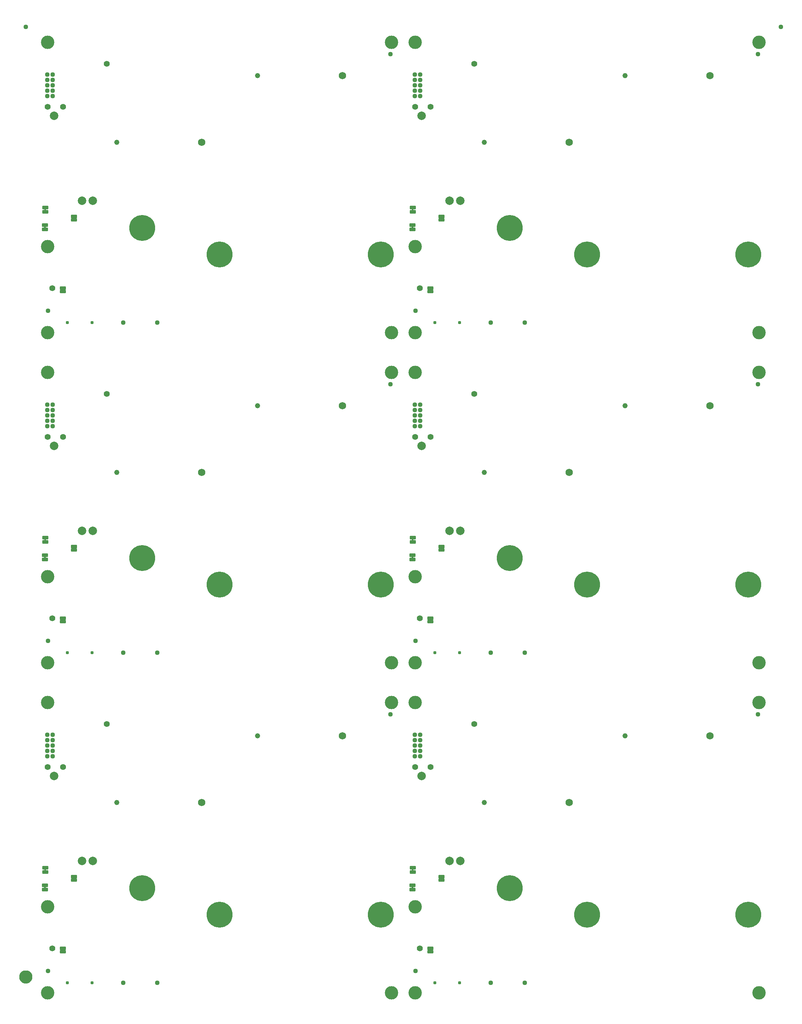
<source format=gbs>
G04 EAGLE Gerber RS-274X export*
G75*
%MOMM*%
%FSLAX34Y34*%
%LPD*%
%INSoldermask Bottom*%
%IPPOS*%
%AMOC8*
5,1,8,0,0,1.08239X$1,22.5*%
G01*
%ADD10C,6.127000*%
%ADD11C,3.175000*%
%ADD12C,1.227000*%
%ADD13C,1.727000*%
%ADD14C,1.127000*%
%ADD15C,2.006600*%
%ADD16C,0.777000*%
%ADD17C,0.228600*%
%ADD18C,0.228344*%
%ADD19C,1.397000*%
%ADD20C,1.270000*%
%ADD21C,1.627000*%

G36*
X889827Y1873516D02*
X889827Y1873516D01*
X889893Y1873518D01*
X889936Y1873536D01*
X889983Y1873544D01*
X890040Y1873578D01*
X890100Y1873603D01*
X890135Y1873634D01*
X890176Y1873659D01*
X890218Y1873710D01*
X890266Y1873754D01*
X890288Y1873796D01*
X890317Y1873833D01*
X890338Y1873895D01*
X890369Y1873954D01*
X890377Y1874008D01*
X890389Y1874045D01*
X890388Y1874085D01*
X890396Y1874139D01*
X890396Y1877949D01*
X890385Y1878014D01*
X890383Y1878080D01*
X890365Y1878123D01*
X890357Y1878170D01*
X890323Y1878227D01*
X890298Y1878287D01*
X890267Y1878322D01*
X890242Y1878363D01*
X890191Y1878405D01*
X890147Y1878453D01*
X890105Y1878475D01*
X890068Y1878504D01*
X890006Y1878525D01*
X889947Y1878556D01*
X889893Y1878564D01*
X889856Y1878576D01*
X889816Y1878575D01*
X889762Y1878583D01*
X887222Y1878583D01*
X887157Y1878572D01*
X887091Y1878570D01*
X887048Y1878552D01*
X887001Y1878544D01*
X886944Y1878510D01*
X886884Y1878485D01*
X886849Y1878454D01*
X886808Y1878429D01*
X886767Y1878378D01*
X886718Y1878334D01*
X886696Y1878292D01*
X886667Y1878255D01*
X886646Y1878193D01*
X886615Y1878134D01*
X886607Y1878080D01*
X886595Y1878043D01*
X886595Y1878039D01*
X886595Y1878038D01*
X886596Y1878003D01*
X886588Y1877949D01*
X886588Y1874139D01*
X886599Y1874074D01*
X886601Y1874008D01*
X886619Y1873965D01*
X886627Y1873918D01*
X886661Y1873861D01*
X886686Y1873801D01*
X886717Y1873766D01*
X886742Y1873725D01*
X886793Y1873684D01*
X886837Y1873635D01*
X886879Y1873613D01*
X886916Y1873584D01*
X886978Y1873563D01*
X887037Y1873532D01*
X887091Y1873524D01*
X887128Y1873512D01*
X887168Y1873513D01*
X887222Y1873505D01*
X889762Y1873505D01*
X889827Y1873516D01*
G37*
G36*
X21147Y1873516D02*
X21147Y1873516D01*
X21213Y1873518D01*
X21256Y1873536D01*
X21303Y1873544D01*
X21360Y1873578D01*
X21420Y1873603D01*
X21455Y1873634D01*
X21496Y1873659D01*
X21538Y1873710D01*
X21586Y1873754D01*
X21608Y1873796D01*
X21637Y1873833D01*
X21658Y1873895D01*
X21689Y1873954D01*
X21697Y1874008D01*
X21709Y1874045D01*
X21708Y1874085D01*
X21716Y1874139D01*
X21716Y1877949D01*
X21705Y1878014D01*
X21703Y1878080D01*
X21685Y1878123D01*
X21677Y1878170D01*
X21643Y1878227D01*
X21618Y1878287D01*
X21587Y1878322D01*
X21562Y1878363D01*
X21511Y1878405D01*
X21467Y1878453D01*
X21425Y1878475D01*
X21388Y1878504D01*
X21326Y1878525D01*
X21267Y1878556D01*
X21213Y1878564D01*
X21176Y1878576D01*
X21136Y1878575D01*
X21082Y1878583D01*
X18542Y1878583D01*
X18477Y1878572D01*
X18411Y1878570D01*
X18368Y1878552D01*
X18321Y1878544D01*
X18264Y1878510D01*
X18204Y1878485D01*
X18169Y1878454D01*
X18128Y1878429D01*
X18087Y1878378D01*
X18038Y1878334D01*
X18016Y1878292D01*
X17987Y1878255D01*
X17966Y1878193D01*
X17935Y1878134D01*
X17927Y1878080D01*
X17915Y1878043D01*
X17915Y1878039D01*
X17915Y1878038D01*
X17916Y1878003D01*
X17908Y1877949D01*
X17908Y1874139D01*
X17919Y1874074D01*
X17921Y1874008D01*
X17939Y1873965D01*
X17947Y1873918D01*
X17981Y1873861D01*
X18006Y1873801D01*
X18037Y1873766D01*
X18062Y1873725D01*
X18113Y1873684D01*
X18157Y1873635D01*
X18199Y1873613D01*
X18236Y1873584D01*
X18298Y1873563D01*
X18357Y1873532D01*
X18411Y1873524D01*
X18448Y1873512D01*
X18488Y1873513D01*
X18542Y1873505D01*
X21082Y1873505D01*
X21147Y1873516D01*
G37*
G36*
X889319Y1831860D02*
X889319Y1831860D01*
X889385Y1831862D01*
X889428Y1831880D01*
X889475Y1831888D01*
X889532Y1831922D01*
X889592Y1831947D01*
X889627Y1831978D01*
X889668Y1832003D01*
X889710Y1832054D01*
X889758Y1832098D01*
X889780Y1832140D01*
X889809Y1832177D01*
X889830Y1832239D01*
X889861Y1832298D01*
X889869Y1832352D01*
X889881Y1832389D01*
X889880Y1832429D01*
X889888Y1832483D01*
X889888Y1836293D01*
X889877Y1836358D01*
X889875Y1836424D01*
X889857Y1836467D01*
X889849Y1836514D01*
X889815Y1836571D01*
X889790Y1836631D01*
X889759Y1836666D01*
X889734Y1836707D01*
X889683Y1836749D01*
X889639Y1836797D01*
X889597Y1836819D01*
X889560Y1836848D01*
X889498Y1836869D01*
X889439Y1836900D01*
X889385Y1836908D01*
X889348Y1836920D01*
X889308Y1836919D01*
X889254Y1836927D01*
X886714Y1836927D01*
X886649Y1836916D01*
X886583Y1836914D01*
X886540Y1836896D01*
X886493Y1836888D01*
X886436Y1836854D01*
X886376Y1836829D01*
X886341Y1836798D01*
X886300Y1836773D01*
X886259Y1836722D01*
X886210Y1836678D01*
X886188Y1836636D01*
X886159Y1836599D01*
X886138Y1836537D01*
X886107Y1836478D01*
X886099Y1836424D01*
X886087Y1836387D01*
X886087Y1836383D01*
X886087Y1836382D01*
X886088Y1836347D01*
X886080Y1836293D01*
X886080Y1832483D01*
X886091Y1832418D01*
X886093Y1832352D01*
X886111Y1832309D01*
X886119Y1832262D01*
X886153Y1832205D01*
X886178Y1832145D01*
X886209Y1832110D01*
X886234Y1832069D01*
X886285Y1832028D01*
X886329Y1831979D01*
X886371Y1831957D01*
X886408Y1831928D01*
X886470Y1831907D01*
X886529Y1831876D01*
X886583Y1831868D01*
X886620Y1831856D01*
X886660Y1831857D01*
X886714Y1831849D01*
X889254Y1831849D01*
X889319Y1831860D01*
G37*
G36*
X20639Y1831860D02*
X20639Y1831860D01*
X20705Y1831862D01*
X20748Y1831880D01*
X20795Y1831888D01*
X20852Y1831922D01*
X20912Y1831947D01*
X20947Y1831978D01*
X20988Y1832003D01*
X21030Y1832054D01*
X21078Y1832098D01*
X21100Y1832140D01*
X21129Y1832177D01*
X21150Y1832239D01*
X21181Y1832298D01*
X21189Y1832352D01*
X21201Y1832389D01*
X21200Y1832429D01*
X21208Y1832483D01*
X21208Y1836293D01*
X21197Y1836358D01*
X21195Y1836424D01*
X21177Y1836467D01*
X21169Y1836514D01*
X21135Y1836571D01*
X21110Y1836631D01*
X21079Y1836666D01*
X21054Y1836707D01*
X21003Y1836749D01*
X20959Y1836797D01*
X20917Y1836819D01*
X20880Y1836848D01*
X20818Y1836869D01*
X20759Y1836900D01*
X20705Y1836908D01*
X20668Y1836920D01*
X20628Y1836919D01*
X20574Y1836927D01*
X18034Y1836927D01*
X17969Y1836916D01*
X17903Y1836914D01*
X17860Y1836896D01*
X17813Y1836888D01*
X17756Y1836854D01*
X17696Y1836829D01*
X17661Y1836798D01*
X17620Y1836773D01*
X17579Y1836722D01*
X17530Y1836678D01*
X17508Y1836636D01*
X17479Y1836599D01*
X17458Y1836537D01*
X17427Y1836478D01*
X17419Y1836424D01*
X17407Y1836387D01*
X17407Y1836383D01*
X17407Y1836382D01*
X17408Y1836347D01*
X17400Y1836293D01*
X17400Y1832483D01*
X17411Y1832418D01*
X17413Y1832352D01*
X17431Y1832309D01*
X17439Y1832262D01*
X17473Y1832205D01*
X17498Y1832145D01*
X17529Y1832110D01*
X17554Y1832069D01*
X17605Y1832028D01*
X17649Y1831979D01*
X17691Y1831957D01*
X17728Y1831928D01*
X17790Y1831907D01*
X17849Y1831876D01*
X17903Y1831868D01*
X17940Y1831856D01*
X17980Y1831857D01*
X18034Y1831849D01*
X20574Y1831849D01*
X20639Y1831860D01*
G37*
G36*
X21147Y1093736D02*
X21147Y1093736D01*
X21213Y1093738D01*
X21256Y1093756D01*
X21303Y1093764D01*
X21360Y1093798D01*
X21420Y1093823D01*
X21455Y1093854D01*
X21496Y1093879D01*
X21538Y1093930D01*
X21586Y1093974D01*
X21608Y1094016D01*
X21637Y1094053D01*
X21658Y1094115D01*
X21689Y1094174D01*
X21697Y1094228D01*
X21709Y1094265D01*
X21708Y1094305D01*
X21716Y1094359D01*
X21716Y1098169D01*
X21705Y1098234D01*
X21703Y1098300D01*
X21685Y1098343D01*
X21677Y1098390D01*
X21643Y1098447D01*
X21618Y1098507D01*
X21587Y1098542D01*
X21562Y1098583D01*
X21511Y1098625D01*
X21467Y1098673D01*
X21425Y1098695D01*
X21388Y1098724D01*
X21326Y1098745D01*
X21267Y1098776D01*
X21213Y1098784D01*
X21176Y1098796D01*
X21136Y1098795D01*
X21082Y1098803D01*
X18542Y1098803D01*
X18477Y1098792D01*
X18411Y1098790D01*
X18368Y1098772D01*
X18321Y1098764D01*
X18264Y1098730D01*
X18204Y1098705D01*
X18169Y1098674D01*
X18128Y1098649D01*
X18087Y1098598D01*
X18038Y1098554D01*
X18016Y1098512D01*
X17987Y1098475D01*
X17966Y1098413D01*
X17935Y1098354D01*
X17927Y1098300D01*
X17915Y1098263D01*
X17915Y1098259D01*
X17915Y1098258D01*
X17916Y1098223D01*
X17908Y1098169D01*
X17908Y1094359D01*
X17919Y1094294D01*
X17921Y1094228D01*
X17939Y1094185D01*
X17947Y1094138D01*
X17981Y1094081D01*
X18006Y1094021D01*
X18037Y1093986D01*
X18062Y1093945D01*
X18113Y1093904D01*
X18157Y1093855D01*
X18199Y1093833D01*
X18236Y1093804D01*
X18298Y1093783D01*
X18357Y1093752D01*
X18411Y1093744D01*
X18448Y1093732D01*
X18488Y1093733D01*
X18542Y1093725D01*
X21082Y1093725D01*
X21147Y1093736D01*
G37*
G36*
X889827Y1093736D02*
X889827Y1093736D01*
X889893Y1093738D01*
X889936Y1093756D01*
X889983Y1093764D01*
X890040Y1093798D01*
X890100Y1093823D01*
X890135Y1093854D01*
X890176Y1093879D01*
X890218Y1093930D01*
X890266Y1093974D01*
X890288Y1094016D01*
X890317Y1094053D01*
X890338Y1094115D01*
X890369Y1094174D01*
X890377Y1094228D01*
X890389Y1094265D01*
X890388Y1094305D01*
X890396Y1094359D01*
X890396Y1098169D01*
X890385Y1098234D01*
X890383Y1098300D01*
X890365Y1098343D01*
X890357Y1098390D01*
X890323Y1098447D01*
X890298Y1098507D01*
X890267Y1098542D01*
X890242Y1098583D01*
X890191Y1098625D01*
X890147Y1098673D01*
X890105Y1098695D01*
X890068Y1098724D01*
X890006Y1098745D01*
X889947Y1098776D01*
X889893Y1098784D01*
X889856Y1098796D01*
X889816Y1098795D01*
X889762Y1098803D01*
X887222Y1098803D01*
X887157Y1098792D01*
X887091Y1098790D01*
X887048Y1098772D01*
X887001Y1098764D01*
X886944Y1098730D01*
X886884Y1098705D01*
X886849Y1098674D01*
X886808Y1098649D01*
X886767Y1098598D01*
X886718Y1098554D01*
X886696Y1098512D01*
X886667Y1098475D01*
X886646Y1098413D01*
X886615Y1098354D01*
X886607Y1098300D01*
X886595Y1098263D01*
X886595Y1098259D01*
X886595Y1098258D01*
X886596Y1098223D01*
X886588Y1098169D01*
X886588Y1094359D01*
X886599Y1094294D01*
X886601Y1094228D01*
X886619Y1094185D01*
X886627Y1094138D01*
X886661Y1094081D01*
X886686Y1094021D01*
X886717Y1093986D01*
X886742Y1093945D01*
X886793Y1093904D01*
X886837Y1093855D01*
X886879Y1093833D01*
X886916Y1093804D01*
X886978Y1093783D01*
X887037Y1093752D01*
X887091Y1093744D01*
X887128Y1093732D01*
X887168Y1093733D01*
X887222Y1093725D01*
X889762Y1093725D01*
X889827Y1093736D01*
G37*
G36*
X889319Y1052080D02*
X889319Y1052080D01*
X889385Y1052082D01*
X889428Y1052100D01*
X889475Y1052108D01*
X889532Y1052142D01*
X889592Y1052167D01*
X889627Y1052198D01*
X889668Y1052223D01*
X889710Y1052274D01*
X889758Y1052318D01*
X889780Y1052360D01*
X889809Y1052397D01*
X889830Y1052459D01*
X889861Y1052518D01*
X889869Y1052572D01*
X889881Y1052609D01*
X889880Y1052649D01*
X889888Y1052703D01*
X889888Y1056513D01*
X889877Y1056578D01*
X889875Y1056644D01*
X889857Y1056687D01*
X889849Y1056734D01*
X889815Y1056791D01*
X889790Y1056851D01*
X889759Y1056886D01*
X889734Y1056927D01*
X889683Y1056969D01*
X889639Y1057017D01*
X889597Y1057039D01*
X889560Y1057068D01*
X889498Y1057089D01*
X889439Y1057120D01*
X889385Y1057128D01*
X889348Y1057140D01*
X889308Y1057139D01*
X889254Y1057147D01*
X886714Y1057147D01*
X886649Y1057136D01*
X886583Y1057134D01*
X886540Y1057116D01*
X886493Y1057108D01*
X886436Y1057074D01*
X886376Y1057049D01*
X886341Y1057018D01*
X886300Y1056993D01*
X886259Y1056942D01*
X886210Y1056898D01*
X886188Y1056856D01*
X886159Y1056819D01*
X886138Y1056757D01*
X886107Y1056698D01*
X886099Y1056644D01*
X886087Y1056607D01*
X886087Y1056603D01*
X886087Y1056602D01*
X886088Y1056567D01*
X886080Y1056513D01*
X886080Y1052703D01*
X886091Y1052638D01*
X886093Y1052572D01*
X886111Y1052529D01*
X886119Y1052482D01*
X886153Y1052425D01*
X886178Y1052365D01*
X886209Y1052330D01*
X886234Y1052289D01*
X886285Y1052248D01*
X886329Y1052199D01*
X886371Y1052177D01*
X886408Y1052148D01*
X886470Y1052127D01*
X886529Y1052096D01*
X886583Y1052088D01*
X886620Y1052076D01*
X886660Y1052077D01*
X886714Y1052069D01*
X889254Y1052069D01*
X889319Y1052080D01*
G37*
G36*
X20639Y1052080D02*
X20639Y1052080D01*
X20705Y1052082D01*
X20748Y1052100D01*
X20795Y1052108D01*
X20852Y1052142D01*
X20912Y1052167D01*
X20947Y1052198D01*
X20988Y1052223D01*
X21030Y1052274D01*
X21078Y1052318D01*
X21100Y1052360D01*
X21129Y1052397D01*
X21150Y1052459D01*
X21181Y1052518D01*
X21189Y1052572D01*
X21201Y1052609D01*
X21200Y1052649D01*
X21208Y1052703D01*
X21208Y1056513D01*
X21197Y1056578D01*
X21195Y1056644D01*
X21177Y1056687D01*
X21169Y1056734D01*
X21135Y1056791D01*
X21110Y1056851D01*
X21079Y1056886D01*
X21054Y1056927D01*
X21003Y1056969D01*
X20959Y1057017D01*
X20917Y1057039D01*
X20880Y1057068D01*
X20818Y1057089D01*
X20759Y1057120D01*
X20705Y1057128D01*
X20668Y1057140D01*
X20628Y1057139D01*
X20574Y1057147D01*
X18034Y1057147D01*
X17969Y1057136D01*
X17903Y1057134D01*
X17860Y1057116D01*
X17813Y1057108D01*
X17756Y1057074D01*
X17696Y1057049D01*
X17661Y1057018D01*
X17620Y1056993D01*
X17579Y1056942D01*
X17530Y1056898D01*
X17508Y1056856D01*
X17479Y1056819D01*
X17458Y1056757D01*
X17427Y1056698D01*
X17419Y1056644D01*
X17407Y1056607D01*
X17407Y1056603D01*
X17407Y1056602D01*
X17408Y1056567D01*
X17400Y1056513D01*
X17400Y1052703D01*
X17411Y1052638D01*
X17413Y1052572D01*
X17431Y1052529D01*
X17439Y1052482D01*
X17473Y1052425D01*
X17498Y1052365D01*
X17529Y1052330D01*
X17554Y1052289D01*
X17605Y1052248D01*
X17649Y1052199D01*
X17691Y1052177D01*
X17728Y1052148D01*
X17790Y1052127D01*
X17849Y1052096D01*
X17903Y1052088D01*
X17940Y1052076D01*
X17980Y1052077D01*
X18034Y1052069D01*
X20574Y1052069D01*
X20639Y1052080D01*
G37*
G36*
X889827Y313956D02*
X889827Y313956D01*
X889893Y313958D01*
X889936Y313976D01*
X889983Y313984D01*
X890040Y314018D01*
X890100Y314043D01*
X890135Y314074D01*
X890176Y314099D01*
X890218Y314150D01*
X890266Y314194D01*
X890288Y314236D01*
X890317Y314273D01*
X890338Y314335D01*
X890369Y314394D01*
X890377Y314448D01*
X890389Y314485D01*
X890388Y314525D01*
X890396Y314579D01*
X890396Y318389D01*
X890385Y318454D01*
X890383Y318520D01*
X890365Y318563D01*
X890357Y318610D01*
X890323Y318667D01*
X890298Y318727D01*
X890267Y318762D01*
X890242Y318803D01*
X890191Y318845D01*
X890147Y318893D01*
X890105Y318915D01*
X890068Y318944D01*
X890006Y318965D01*
X889947Y318996D01*
X889893Y319004D01*
X889856Y319016D01*
X889816Y319015D01*
X889762Y319023D01*
X887222Y319023D01*
X887157Y319012D01*
X887091Y319010D01*
X887048Y318992D01*
X887001Y318984D01*
X886944Y318950D01*
X886884Y318925D01*
X886849Y318894D01*
X886808Y318869D01*
X886767Y318818D01*
X886718Y318774D01*
X886696Y318732D01*
X886667Y318695D01*
X886646Y318633D01*
X886615Y318574D01*
X886607Y318520D01*
X886595Y318483D01*
X886595Y318479D01*
X886595Y318478D01*
X886596Y318443D01*
X886588Y318389D01*
X886588Y314579D01*
X886599Y314514D01*
X886601Y314448D01*
X886619Y314405D01*
X886627Y314358D01*
X886661Y314301D01*
X886686Y314241D01*
X886717Y314206D01*
X886742Y314165D01*
X886793Y314124D01*
X886837Y314075D01*
X886879Y314053D01*
X886916Y314024D01*
X886978Y314003D01*
X887037Y313972D01*
X887091Y313964D01*
X887128Y313952D01*
X887168Y313953D01*
X887222Y313945D01*
X889762Y313945D01*
X889827Y313956D01*
G37*
G36*
X21147Y313956D02*
X21147Y313956D01*
X21213Y313958D01*
X21256Y313976D01*
X21303Y313984D01*
X21360Y314018D01*
X21420Y314043D01*
X21455Y314074D01*
X21496Y314099D01*
X21538Y314150D01*
X21586Y314194D01*
X21608Y314236D01*
X21637Y314273D01*
X21658Y314335D01*
X21689Y314394D01*
X21697Y314448D01*
X21709Y314485D01*
X21708Y314525D01*
X21716Y314579D01*
X21716Y318389D01*
X21705Y318454D01*
X21703Y318520D01*
X21685Y318563D01*
X21677Y318610D01*
X21643Y318667D01*
X21618Y318727D01*
X21587Y318762D01*
X21562Y318803D01*
X21511Y318845D01*
X21467Y318893D01*
X21425Y318915D01*
X21388Y318944D01*
X21326Y318965D01*
X21267Y318996D01*
X21213Y319004D01*
X21176Y319016D01*
X21136Y319015D01*
X21082Y319023D01*
X18542Y319023D01*
X18477Y319012D01*
X18411Y319010D01*
X18368Y318992D01*
X18321Y318984D01*
X18264Y318950D01*
X18204Y318925D01*
X18169Y318894D01*
X18128Y318869D01*
X18087Y318818D01*
X18038Y318774D01*
X18016Y318732D01*
X17987Y318695D01*
X17966Y318633D01*
X17935Y318574D01*
X17927Y318520D01*
X17915Y318483D01*
X17915Y318479D01*
X17915Y318478D01*
X17916Y318443D01*
X17908Y318389D01*
X17908Y314579D01*
X17919Y314514D01*
X17921Y314448D01*
X17939Y314405D01*
X17947Y314358D01*
X17981Y314301D01*
X18006Y314241D01*
X18037Y314206D01*
X18062Y314165D01*
X18113Y314124D01*
X18157Y314075D01*
X18199Y314053D01*
X18236Y314024D01*
X18298Y314003D01*
X18357Y313972D01*
X18411Y313964D01*
X18448Y313952D01*
X18488Y313953D01*
X18542Y313945D01*
X21082Y313945D01*
X21147Y313956D01*
G37*
G36*
X889319Y272300D02*
X889319Y272300D01*
X889385Y272302D01*
X889428Y272320D01*
X889475Y272328D01*
X889532Y272362D01*
X889592Y272387D01*
X889627Y272418D01*
X889668Y272443D01*
X889710Y272494D01*
X889758Y272538D01*
X889780Y272580D01*
X889809Y272617D01*
X889830Y272679D01*
X889861Y272738D01*
X889869Y272792D01*
X889881Y272829D01*
X889880Y272869D01*
X889888Y272923D01*
X889888Y276733D01*
X889877Y276798D01*
X889875Y276864D01*
X889857Y276907D01*
X889849Y276954D01*
X889815Y277011D01*
X889790Y277071D01*
X889759Y277106D01*
X889734Y277147D01*
X889683Y277189D01*
X889639Y277237D01*
X889597Y277259D01*
X889560Y277288D01*
X889498Y277309D01*
X889439Y277340D01*
X889385Y277348D01*
X889348Y277360D01*
X889308Y277359D01*
X889254Y277367D01*
X886714Y277367D01*
X886649Y277356D01*
X886583Y277354D01*
X886540Y277336D01*
X886493Y277328D01*
X886436Y277294D01*
X886376Y277269D01*
X886341Y277238D01*
X886300Y277213D01*
X886259Y277162D01*
X886210Y277118D01*
X886188Y277076D01*
X886159Y277039D01*
X886138Y276977D01*
X886107Y276918D01*
X886099Y276864D01*
X886087Y276827D01*
X886087Y276823D01*
X886087Y276822D01*
X886088Y276787D01*
X886080Y276733D01*
X886080Y272923D01*
X886091Y272858D01*
X886093Y272792D01*
X886111Y272749D01*
X886119Y272702D01*
X886153Y272645D01*
X886178Y272585D01*
X886209Y272550D01*
X886234Y272509D01*
X886285Y272468D01*
X886329Y272419D01*
X886371Y272397D01*
X886408Y272368D01*
X886470Y272347D01*
X886529Y272316D01*
X886583Y272308D01*
X886620Y272296D01*
X886660Y272297D01*
X886714Y272289D01*
X889254Y272289D01*
X889319Y272300D01*
G37*
G36*
X20639Y272300D02*
X20639Y272300D01*
X20705Y272302D01*
X20748Y272320D01*
X20795Y272328D01*
X20852Y272362D01*
X20912Y272387D01*
X20947Y272418D01*
X20988Y272443D01*
X21030Y272494D01*
X21078Y272538D01*
X21100Y272580D01*
X21129Y272617D01*
X21150Y272679D01*
X21181Y272738D01*
X21189Y272792D01*
X21201Y272829D01*
X21200Y272869D01*
X21208Y272923D01*
X21208Y276733D01*
X21197Y276798D01*
X21195Y276864D01*
X21177Y276907D01*
X21169Y276954D01*
X21135Y277011D01*
X21110Y277071D01*
X21079Y277106D01*
X21054Y277147D01*
X21003Y277189D01*
X20959Y277237D01*
X20917Y277259D01*
X20880Y277288D01*
X20818Y277309D01*
X20759Y277340D01*
X20705Y277348D01*
X20668Y277360D01*
X20628Y277359D01*
X20574Y277367D01*
X18034Y277367D01*
X17969Y277356D01*
X17903Y277354D01*
X17860Y277336D01*
X17813Y277328D01*
X17756Y277294D01*
X17696Y277269D01*
X17661Y277238D01*
X17620Y277213D01*
X17579Y277162D01*
X17530Y277118D01*
X17508Y277076D01*
X17479Y277039D01*
X17458Y276977D01*
X17427Y276918D01*
X17419Y276864D01*
X17407Y276827D01*
X17407Y276823D01*
X17407Y276822D01*
X17408Y276787D01*
X17400Y276733D01*
X17400Y272923D01*
X17411Y272858D01*
X17413Y272792D01*
X17431Y272749D01*
X17439Y272702D01*
X17473Y272645D01*
X17498Y272585D01*
X17529Y272550D01*
X17554Y272509D01*
X17605Y272468D01*
X17649Y272419D01*
X17691Y272397D01*
X17728Y272368D01*
X17790Y272347D01*
X17849Y272316D01*
X17903Y272308D01*
X17940Y272296D01*
X17980Y272297D01*
X18034Y272289D01*
X20574Y272289D01*
X20639Y272300D01*
G37*
D10*
X812800Y210058D03*
X249682Y272542D03*
D11*
X25400Y711200D03*
X838200Y711200D03*
X838200Y25400D03*
X25400Y25400D03*
D12*
X189560Y474980D03*
D13*
X389560Y474980D03*
D14*
X24762Y622358D03*
X24762Y609658D03*
X24762Y596958D03*
X24762Y584258D03*
X24762Y635058D03*
X37462Y622358D03*
X37462Y609658D03*
X37462Y596958D03*
X37462Y584258D03*
X37462Y635058D03*
X835660Y683260D03*
X26670Y77470D03*
D15*
X41148Y537464D03*
D12*
X522300Y632460D03*
D13*
X722300Y632460D03*
D14*
X284500Y49290D03*
X204500Y49290D03*
D10*
X431800Y209804D03*
D16*
X72700Y49558D03*
X130500Y49558D03*
D17*
X67310Y120269D02*
X67310Y125603D01*
X67310Y120269D02*
X55626Y120269D01*
X55626Y125603D01*
X67310Y125603D01*
X67310Y122441D02*
X55626Y122441D01*
X55626Y124613D02*
X67310Y124613D01*
X67310Y128397D02*
X67310Y133731D01*
X67310Y128397D02*
X55626Y128397D01*
X55626Y133731D01*
X67310Y133731D01*
X67310Y130569D02*
X55626Y130569D01*
X55626Y132741D02*
X67310Y132741D01*
D15*
X132842Y337566D03*
X107442Y337566D03*
D17*
X81788Y302895D02*
X81788Y297561D01*
X81788Y302895D02*
X93472Y302895D01*
X93472Y297561D01*
X81788Y297561D01*
X81788Y299733D02*
X93472Y299733D01*
X93472Y301905D02*
X81788Y301905D01*
X81788Y294767D02*
X81788Y289433D01*
X81788Y294767D02*
X93472Y294767D01*
X93472Y289433D01*
X81788Y289433D01*
X81788Y291605D02*
X93472Y291605D01*
X93472Y293777D02*
X81788Y293777D01*
D18*
X13968Y318895D02*
X13968Y324487D01*
X25656Y324487D01*
X25656Y318895D01*
X13968Y318895D01*
X13968Y321064D02*
X25656Y321064D01*
X25656Y323233D02*
X13968Y323233D01*
X13968Y314073D02*
X13968Y308481D01*
X13968Y314073D02*
X25656Y314073D01*
X25656Y308481D01*
X13968Y308481D01*
X13968Y310650D02*
X25656Y310650D01*
X25656Y312819D02*
X13968Y312819D01*
X13460Y282831D02*
X13460Y277239D01*
X13460Y282831D02*
X25148Y282831D01*
X25148Y277239D01*
X13460Y277239D01*
X13460Y279408D02*
X25148Y279408D01*
X25148Y281577D02*
X13460Y281577D01*
X13460Y272417D02*
X13460Y266825D01*
X13460Y272417D02*
X25148Y272417D01*
X25148Y266825D01*
X13460Y266825D01*
X13460Y268994D02*
X25148Y268994D01*
X25148Y271163D02*
X13460Y271163D01*
D19*
X62230Y558800D03*
X165100Y660400D03*
X36830Y130810D03*
X25400Y558800D03*
D11*
X25400Y228600D03*
D10*
X1681480Y210058D03*
X1118362Y272542D03*
D11*
X894080Y711200D03*
X1706880Y711200D03*
X1706880Y25400D03*
X894080Y25400D03*
D12*
X1058240Y474980D03*
D13*
X1258240Y474980D03*
D14*
X893442Y622358D03*
X893442Y609658D03*
X893442Y596958D03*
X893442Y584258D03*
X893442Y635058D03*
X906142Y622358D03*
X906142Y609658D03*
X906142Y596958D03*
X906142Y584258D03*
X906142Y635058D03*
X1704340Y683260D03*
X895350Y77470D03*
D15*
X909828Y537464D03*
D12*
X1390980Y632460D03*
D13*
X1590980Y632460D03*
D14*
X1153180Y49290D03*
X1073180Y49290D03*
D10*
X1300480Y209804D03*
D16*
X941380Y49558D03*
X999180Y49558D03*
D17*
X935990Y120269D02*
X935990Y125603D01*
X935990Y120269D02*
X924306Y120269D01*
X924306Y125603D01*
X935990Y125603D01*
X935990Y122441D02*
X924306Y122441D01*
X924306Y124613D02*
X935990Y124613D01*
X935990Y128397D02*
X935990Y133731D01*
X935990Y128397D02*
X924306Y128397D01*
X924306Y133731D01*
X935990Y133731D01*
X935990Y130569D02*
X924306Y130569D01*
X924306Y132741D02*
X935990Y132741D01*
D15*
X1001522Y337566D03*
X976122Y337566D03*
D17*
X950468Y302895D02*
X950468Y297561D01*
X950468Y302895D02*
X962152Y302895D01*
X962152Y297561D01*
X950468Y297561D01*
X950468Y299733D02*
X962152Y299733D01*
X962152Y301905D02*
X950468Y301905D01*
X950468Y294767D02*
X950468Y289433D01*
X950468Y294767D02*
X962152Y294767D01*
X962152Y289433D01*
X950468Y289433D01*
X950468Y291605D02*
X962152Y291605D01*
X962152Y293777D02*
X950468Y293777D01*
D18*
X882648Y318895D02*
X882648Y324487D01*
X894336Y324487D01*
X894336Y318895D01*
X882648Y318895D01*
X882648Y321064D02*
X894336Y321064D01*
X894336Y323233D02*
X882648Y323233D01*
X882648Y314073D02*
X882648Y308481D01*
X882648Y314073D02*
X894336Y314073D01*
X894336Y308481D01*
X882648Y308481D01*
X882648Y310650D02*
X894336Y310650D01*
X894336Y312819D02*
X882648Y312819D01*
X882140Y282831D02*
X882140Y277239D01*
X882140Y282831D02*
X893828Y282831D01*
X893828Y277239D01*
X882140Y277239D01*
X882140Y279408D02*
X893828Y279408D01*
X893828Y281577D02*
X882140Y281577D01*
X882140Y272417D02*
X882140Y266825D01*
X882140Y272417D02*
X893828Y272417D01*
X893828Y266825D01*
X882140Y266825D01*
X882140Y268994D02*
X893828Y268994D01*
X893828Y271163D02*
X882140Y271163D01*
D19*
X930910Y558800D03*
X1033780Y660400D03*
X905510Y130810D03*
X894080Y558800D03*
D11*
X894080Y228600D03*
D10*
X812800Y989838D03*
X249682Y1052322D03*
D11*
X25400Y1490980D03*
X838200Y1490980D03*
X838200Y805180D03*
X25400Y805180D03*
D12*
X189560Y1254760D03*
D13*
X389560Y1254760D03*
D14*
X24762Y1402138D03*
X24762Y1389438D03*
X24762Y1376738D03*
X24762Y1364038D03*
X24762Y1414838D03*
X37462Y1402138D03*
X37462Y1389438D03*
X37462Y1376738D03*
X37462Y1364038D03*
X37462Y1414838D03*
X835660Y1463040D03*
X26670Y857250D03*
D15*
X41148Y1317244D03*
D12*
X522300Y1412240D03*
D13*
X722300Y1412240D03*
D14*
X284500Y829070D03*
X204500Y829070D03*
D10*
X431800Y989584D03*
D16*
X72700Y829338D03*
X130500Y829338D03*
D17*
X67310Y900049D02*
X67310Y905383D01*
X67310Y900049D02*
X55626Y900049D01*
X55626Y905383D01*
X67310Y905383D01*
X67310Y902221D02*
X55626Y902221D01*
X55626Y904393D02*
X67310Y904393D01*
X67310Y908177D02*
X67310Y913511D01*
X67310Y908177D02*
X55626Y908177D01*
X55626Y913511D01*
X67310Y913511D01*
X67310Y910349D02*
X55626Y910349D01*
X55626Y912521D02*
X67310Y912521D01*
D15*
X132842Y1117346D03*
X107442Y1117346D03*
D17*
X81788Y1082675D02*
X81788Y1077341D01*
X81788Y1082675D02*
X93472Y1082675D01*
X93472Y1077341D01*
X81788Y1077341D01*
X81788Y1079513D02*
X93472Y1079513D01*
X93472Y1081685D02*
X81788Y1081685D01*
X81788Y1074547D02*
X81788Y1069213D01*
X81788Y1074547D02*
X93472Y1074547D01*
X93472Y1069213D01*
X81788Y1069213D01*
X81788Y1071385D02*
X93472Y1071385D01*
X93472Y1073557D02*
X81788Y1073557D01*
D18*
X13968Y1098675D02*
X13968Y1104267D01*
X25656Y1104267D01*
X25656Y1098675D01*
X13968Y1098675D01*
X13968Y1100844D02*
X25656Y1100844D01*
X25656Y1103013D02*
X13968Y1103013D01*
X13968Y1093853D02*
X13968Y1088261D01*
X13968Y1093853D02*
X25656Y1093853D01*
X25656Y1088261D01*
X13968Y1088261D01*
X13968Y1090430D02*
X25656Y1090430D01*
X25656Y1092599D02*
X13968Y1092599D01*
X13460Y1062611D02*
X13460Y1057019D01*
X13460Y1062611D02*
X25148Y1062611D01*
X25148Y1057019D01*
X13460Y1057019D01*
X13460Y1059188D02*
X25148Y1059188D01*
X25148Y1061357D02*
X13460Y1061357D01*
X13460Y1052197D02*
X13460Y1046605D01*
X13460Y1052197D02*
X25148Y1052197D01*
X25148Y1046605D01*
X13460Y1046605D01*
X13460Y1048774D02*
X25148Y1048774D01*
X25148Y1050943D02*
X13460Y1050943D01*
D19*
X62230Y1338580D03*
X165100Y1440180D03*
X36830Y910590D03*
X25400Y1338580D03*
D11*
X25400Y1008380D03*
D10*
X1681480Y989838D03*
X1118362Y1052322D03*
D11*
X894080Y1490980D03*
X1706880Y1490980D03*
X1706880Y805180D03*
X894080Y805180D03*
D12*
X1058240Y1254760D03*
D13*
X1258240Y1254760D03*
D14*
X893442Y1402138D03*
X893442Y1389438D03*
X893442Y1376738D03*
X893442Y1364038D03*
X893442Y1414838D03*
X906142Y1402138D03*
X906142Y1389438D03*
X906142Y1376738D03*
X906142Y1364038D03*
X906142Y1414838D03*
X1704340Y1463040D03*
X895350Y857250D03*
D15*
X909828Y1317244D03*
D12*
X1390980Y1412240D03*
D13*
X1590980Y1412240D03*
D14*
X1153180Y829070D03*
X1073180Y829070D03*
D10*
X1300480Y989584D03*
D16*
X941380Y829338D03*
X999180Y829338D03*
D17*
X935990Y900049D02*
X935990Y905383D01*
X935990Y900049D02*
X924306Y900049D01*
X924306Y905383D01*
X935990Y905383D01*
X935990Y902221D02*
X924306Y902221D01*
X924306Y904393D02*
X935990Y904393D01*
X935990Y908177D02*
X935990Y913511D01*
X935990Y908177D02*
X924306Y908177D01*
X924306Y913511D01*
X935990Y913511D01*
X935990Y910349D02*
X924306Y910349D01*
X924306Y912521D02*
X935990Y912521D01*
D15*
X1001522Y1117346D03*
X976122Y1117346D03*
D17*
X950468Y1082675D02*
X950468Y1077341D01*
X950468Y1082675D02*
X962152Y1082675D01*
X962152Y1077341D01*
X950468Y1077341D01*
X950468Y1079513D02*
X962152Y1079513D01*
X962152Y1081685D02*
X950468Y1081685D01*
X950468Y1074547D02*
X950468Y1069213D01*
X950468Y1074547D02*
X962152Y1074547D01*
X962152Y1069213D01*
X950468Y1069213D01*
X950468Y1071385D02*
X962152Y1071385D01*
X962152Y1073557D02*
X950468Y1073557D01*
D18*
X882648Y1098675D02*
X882648Y1104267D01*
X894336Y1104267D01*
X894336Y1098675D01*
X882648Y1098675D01*
X882648Y1100844D02*
X894336Y1100844D01*
X894336Y1103013D02*
X882648Y1103013D01*
X882648Y1093853D02*
X882648Y1088261D01*
X882648Y1093853D02*
X894336Y1093853D01*
X894336Y1088261D01*
X882648Y1088261D01*
X882648Y1090430D02*
X894336Y1090430D01*
X894336Y1092599D02*
X882648Y1092599D01*
X882140Y1062611D02*
X882140Y1057019D01*
X882140Y1062611D02*
X893828Y1062611D01*
X893828Y1057019D01*
X882140Y1057019D01*
X882140Y1059188D02*
X893828Y1059188D01*
X893828Y1061357D02*
X882140Y1061357D01*
X882140Y1052197D02*
X882140Y1046605D01*
X882140Y1052197D02*
X893828Y1052197D01*
X893828Y1046605D01*
X882140Y1046605D01*
X882140Y1048774D02*
X893828Y1048774D01*
X893828Y1050943D02*
X882140Y1050943D01*
D19*
X930910Y1338580D03*
X1033780Y1440180D03*
X905510Y910590D03*
X894080Y1338580D03*
D11*
X894080Y1008380D03*
D10*
X812800Y1769618D03*
X249682Y1832102D03*
D11*
X25400Y2270760D03*
X838200Y2270760D03*
X838200Y1584960D03*
X25400Y1584960D03*
D12*
X189560Y2034540D03*
D13*
X389560Y2034540D03*
D14*
X24762Y2181918D03*
X24762Y2169218D03*
X24762Y2156518D03*
X24762Y2143818D03*
X24762Y2194618D03*
X37462Y2181918D03*
X37462Y2169218D03*
X37462Y2156518D03*
X37462Y2143818D03*
X37462Y2194618D03*
X835660Y2242820D03*
X26670Y1637030D03*
D15*
X41148Y2097024D03*
D12*
X522300Y2192020D03*
D13*
X722300Y2192020D03*
D14*
X284500Y1608850D03*
X204500Y1608850D03*
D10*
X431800Y1769364D03*
D16*
X72700Y1609118D03*
X130500Y1609118D03*
D17*
X67310Y1679829D02*
X67310Y1685163D01*
X67310Y1679829D02*
X55626Y1679829D01*
X55626Y1685163D01*
X67310Y1685163D01*
X67310Y1682001D02*
X55626Y1682001D01*
X55626Y1684173D02*
X67310Y1684173D01*
X67310Y1687957D02*
X67310Y1693291D01*
X67310Y1687957D02*
X55626Y1687957D01*
X55626Y1693291D01*
X67310Y1693291D01*
X67310Y1690129D02*
X55626Y1690129D01*
X55626Y1692301D02*
X67310Y1692301D01*
D15*
X132842Y1897126D03*
X107442Y1897126D03*
D17*
X81788Y1862455D02*
X81788Y1857121D01*
X81788Y1862455D02*
X93472Y1862455D01*
X93472Y1857121D01*
X81788Y1857121D01*
X81788Y1859293D02*
X93472Y1859293D01*
X93472Y1861465D02*
X81788Y1861465D01*
X81788Y1854327D02*
X81788Y1848993D01*
X81788Y1854327D02*
X93472Y1854327D01*
X93472Y1848993D01*
X81788Y1848993D01*
X81788Y1851165D02*
X93472Y1851165D01*
X93472Y1853337D02*
X81788Y1853337D01*
D18*
X13968Y1878455D02*
X13968Y1884047D01*
X25656Y1884047D01*
X25656Y1878455D01*
X13968Y1878455D01*
X13968Y1880624D02*
X25656Y1880624D01*
X25656Y1882793D02*
X13968Y1882793D01*
X13968Y1873633D02*
X13968Y1868041D01*
X13968Y1873633D02*
X25656Y1873633D01*
X25656Y1868041D01*
X13968Y1868041D01*
X13968Y1870210D02*
X25656Y1870210D01*
X25656Y1872379D02*
X13968Y1872379D01*
X13460Y1842391D02*
X13460Y1836799D01*
X13460Y1842391D02*
X25148Y1842391D01*
X25148Y1836799D01*
X13460Y1836799D01*
X13460Y1838968D02*
X25148Y1838968D01*
X25148Y1841137D02*
X13460Y1841137D01*
X13460Y1831977D02*
X13460Y1826385D01*
X13460Y1831977D02*
X25148Y1831977D01*
X25148Y1826385D01*
X13460Y1826385D01*
X13460Y1828554D02*
X25148Y1828554D01*
X25148Y1830723D02*
X13460Y1830723D01*
D19*
X62230Y2118360D03*
X165100Y2219960D03*
X36830Y1690370D03*
X25400Y2118360D03*
D11*
X25400Y1788160D03*
D10*
X1681480Y1769618D03*
X1118362Y1832102D03*
D11*
X894080Y2270760D03*
X1706880Y2270760D03*
X1706880Y1584960D03*
X894080Y1584960D03*
D12*
X1058240Y2034540D03*
D13*
X1258240Y2034540D03*
D14*
X893442Y2181918D03*
X893442Y2169218D03*
X893442Y2156518D03*
X893442Y2143818D03*
X893442Y2194618D03*
X906142Y2181918D03*
X906142Y2169218D03*
X906142Y2156518D03*
X906142Y2143818D03*
X906142Y2194618D03*
X1704340Y2242820D03*
X895350Y1637030D03*
D15*
X909828Y2097024D03*
D12*
X1390980Y2192020D03*
D13*
X1590980Y2192020D03*
D14*
X1153180Y1608850D03*
X1073180Y1608850D03*
D10*
X1300480Y1769364D03*
D16*
X941380Y1609118D03*
X999180Y1609118D03*
D17*
X935990Y1679829D02*
X935990Y1685163D01*
X935990Y1679829D02*
X924306Y1679829D01*
X924306Y1685163D01*
X935990Y1685163D01*
X935990Y1682001D02*
X924306Y1682001D01*
X924306Y1684173D02*
X935990Y1684173D01*
X935990Y1687957D02*
X935990Y1693291D01*
X935990Y1687957D02*
X924306Y1687957D01*
X924306Y1693291D01*
X935990Y1693291D01*
X935990Y1690129D02*
X924306Y1690129D01*
X924306Y1692301D02*
X935990Y1692301D01*
D15*
X1001522Y1897126D03*
X976122Y1897126D03*
D17*
X950468Y1862455D02*
X950468Y1857121D01*
X950468Y1862455D02*
X962152Y1862455D01*
X962152Y1857121D01*
X950468Y1857121D01*
X950468Y1859293D02*
X962152Y1859293D01*
X962152Y1861465D02*
X950468Y1861465D01*
X950468Y1854327D02*
X950468Y1848993D01*
X950468Y1854327D02*
X962152Y1854327D01*
X962152Y1848993D01*
X950468Y1848993D01*
X950468Y1851165D02*
X962152Y1851165D01*
X962152Y1853337D02*
X950468Y1853337D01*
D18*
X882648Y1878455D02*
X882648Y1884047D01*
X894336Y1884047D01*
X894336Y1878455D01*
X882648Y1878455D01*
X882648Y1880624D02*
X894336Y1880624D01*
X894336Y1882793D02*
X882648Y1882793D01*
X882648Y1873633D02*
X882648Y1868041D01*
X882648Y1873633D02*
X894336Y1873633D01*
X894336Y1868041D01*
X882648Y1868041D01*
X882648Y1870210D02*
X894336Y1870210D01*
X894336Y1872379D02*
X882648Y1872379D01*
X882140Y1842391D02*
X882140Y1836799D01*
X882140Y1842391D02*
X893828Y1842391D01*
X893828Y1836799D01*
X882140Y1836799D01*
X882140Y1838968D02*
X893828Y1838968D01*
X893828Y1841137D02*
X882140Y1841137D01*
X882140Y1831977D02*
X882140Y1826385D01*
X882140Y1831977D02*
X893828Y1831977D01*
X893828Y1826385D01*
X882140Y1826385D01*
X882140Y1828554D02*
X893828Y1828554D01*
X893828Y1830723D02*
X882140Y1830723D01*
D19*
X930910Y2118360D03*
X1033780Y2219960D03*
X905510Y1690370D03*
X894080Y2118360D03*
D11*
X894080Y1788160D03*
D14*
X-26238Y2307590D03*
X1758518Y2307590D03*
D20*
X-35293Y63500D02*
X-35290Y63722D01*
X-35282Y63944D01*
X-35268Y64166D01*
X-35249Y64388D01*
X-35225Y64608D01*
X-35195Y64829D01*
X-35160Y65048D01*
X-35119Y65267D01*
X-35073Y65484D01*
X-35022Y65700D01*
X-34965Y65915D01*
X-34903Y66129D01*
X-34836Y66340D01*
X-34764Y66551D01*
X-34686Y66759D01*
X-34604Y66965D01*
X-34516Y67169D01*
X-34424Y67372D01*
X-34326Y67571D01*
X-34224Y67768D01*
X-34117Y67963D01*
X-34005Y68155D01*
X-33888Y68344D01*
X-33767Y68531D01*
X-33641Y68714D01*
X-33511Y68894D01*
X-33376Y69071D01*
X-33238Y69244D01*
X-33095Y69414D01*
X-32947Y69581D01*
X-32796Y69744D01*
X-32641Y69903D01*
X-32482Y70058D01*
X-32319Y70209D01*
X-32152Y70357D01*
X-31982Y70500D01*
X-31809Y70638D01*
X-31632Y70773D01*
X-31452Y70903D01*
X-31269Y71029D01*
X-31082Y71150D01*
X-30893Y71267D01*
X-30701Y71379D01*
X-30506Y71486D01*
X-30309Y71588D01*
X-30110Y71686D01*
X-29907Y71778D01*
X-29703Y71866D01*
X-29497Y71948D01*
X-29289Y72026D01*
X-29078Y72098D01*
X-28867Y72165D01*
X-28653Y72227D01*
X-28438Y72284D01*
X-28222Y72335D01*
X-28005Y72381D01*
X-27786Y72422D01*
X-27567Y72457D01*
X-27346Y72487D01*
X-27126Y72511D01*
X-26904Y72530D01*
X-26682Y72544D01*
X-26460Y72552D01*
X-26238Y72555D01*
X-26016Y72552D01*
X-25794Y72544D01*
X-25572Y72530D01*
X-25350Y72511D01*
X-25130Y72487D01*
X-24909Y72457D01*
X-24690Y72422D01*
X-24471Y72381D01*
X-24254Y72335D01*
X-24038Y72284D01*
X-23823Y72227D01*
X-23609Y72165D01*
X-23398Y72098D01*
X-23187Y72026D01*
X-22979Y71948D01*
X-22773Y71866D01*
X-22569Y71778D01*
X-22366Y71686D01*
X-22167Y71588D01*
X-21970Y71486D01*
X-21775Y71379D01*
X-21583Y71267D01*
X-21394Y71150D01*
X-21207Y71029D01*
X-21024Y70903D01*
X-20844Y70773D01*
X-20667Y70638D01*
X-20494Y70500D01*
X-20324Y70357D01*
X-20157Y70209D01*
X-19994Y70058D01*
X-19835Y69903D01*
X-19680Y69744D01*
X-19529Y69581D01*
X-19381Y69414D01*
X-19238Y69244D01*
X-19100Y69071D01*
X-18965Y68894D01*
X-18835Y68714D01*
X-18709Y68531D01*
X-18588Y68344D01*
X-18471Y68155D01*
X-18359Y67963D01*
X-18252Y67768D01*
X-18150Y67571D01*
X-18052Y67372D01*
X-17960Y67169D01*
X-17872Y66965D01*
X-17790Y66759D01*
X-17712Y66551D01*
X-17640Y66340D01*
X-17573Y66129D01*
X-17511Y65915D01*
X-17454Y65700D01*
X-17403Y65484D01*
X-17357Y65267D01*
X-17316Y65048D01*
X-17281Y64829D01*
X-17251Y64608D01*
X-17227Y64388D01*
X-17208Y64166D01*
X-17194Y63944D01*
X-17186Y63722D01*
X-17183Y63500D01*
X-17186Y63278D01*
X-17194Y63056D01*
X-17208Y62834D01*
X-17227Y62612D01*
X-17251Y62392D01*
X-17281Y62171D01*
X-17316Y61952D01*
X-17357Y61733D01*
X-17403Y61516D01*
X-17454Y61300D01*
X-17511Y61085D01*
X-17573Y60871D01*
X-17640Y60660D01*
X-17712Y60449D01*
X-17790Y60241D01*
X-17872Y60035D01*
X-17960Y59831D01*
X-18052Y59628D01*
X-18150Y59429D01*
X-18252Y59232D01*
X-18359Y59037D01*
X-18471Y58845D01*
X-18588Y58656D01*
X-18709Y58469D01*
X-18835Y58286D01*
X-18965Y58106D01*
X-19100Y57929D01*
X-19238Y57756D01*
X-19381Y57586D01*
X-19529Y57419D01*
X-19680Y57256D01*
X-19835Y57097D01*
X-19994Y56942D01*
X-20157Y56791D01*
X-20324Y56643D01*
X-20494Y56500D01*
X-20667Y56362D01*
X-20844Y56227D01*
X-21024Y56097D01*
X-21207Y55971D01*
X-21394Y55850D01*
X-21583Y55733D01*
X-21775Y55621D01*
X-21970Y55514D01*
X-22167Y55412D01*
X-22366Y55314D01*
X-22569Y55222D01*
X-22773Y55134D01*
X-22979Y55052D01*
X-23187Y54974D01*
X-23398Y54902D01*
X-23609Y54835D01*
X-23823Y54773D01*
X-24038Y54716D01*
X-24254Y54665D01*
X-24471Y54619D01*
X-24690Y54578D01*
X-24909Y54543D01*
X-25130Y54513D01*
X-25350Y54489D01*
X-25572Y54470D01*
X-25794Y54456D01*
X-26016Y54448D01*
X-26238Y54445D01*
X-26460Y54448D01*
X-26682Y54456D01*
X-26904Y54470D01*
X-27126Y54489D01*
X-27346Y54513D01*
X-27567Y54543D01*
X-27786Y54578D01*
X-28005Y54619D01*
X-28222Y54665D01*
X-28438Y54716D01*
X-28653Y54773D01*
X-28867Y54835D01*
X-29078Y54902D01*
X-29289Y54974D01*
X-29497Y55052D01*
X-29703Y55134D01*
X-29907Y55222D01*
X-30110Y55314D01*
X-30309Y55412D01*
X-30506Y55514D01*
X-30701Y55621D01*
X-30893Y55733D01*
X-31082Y55850D01*
X-31269Y55971D01*
X-31452Y56097D01*
X-31632Y56227D01*
X-31809Y56362D01*
X-31982Y56500D01*
X-32152Y56643D01*
X-32319Y56791D01*
X-32482Y56942D01*
X-32641Y57097D01*
X-32796Y57256D01*
X-32947Y57419D01*
X-33095Y57586D01*
X-33238Y57756D01*
X-33376Y57929D01*
X-33511Y58106D01*
X-33641Y58286D01*
X-33767Y58469D01*
X-33888Y58656D01*
X-34005Y58845D01*
X-34117Y59037D01*
X-34224Y59232D01*
X-34326Y59429D01*
X-34424Y59628D01*
X-34516Y59831D01*
X-34604Y60035D01*
X-34686Y60241D01*
X-34764Y60449D01*
X-34836Y60660D01*
X-34903Y60871D01*
X-34965Y61085D01*
X-35022Y61300D01*
X-35073Y61516D01*
X-35119Y61733D01*
X-35160Y61952D01*
X-35195Y62171D01*
X-35225Y62392D01*
X-35249Y62612D01*
X-35268Y62834D01*
X-35282Y63056D01*
X-35290Y63278D01*
X-35293Y63500D01*
D21*
X-26238Y63500D03*
M02*

</source>
